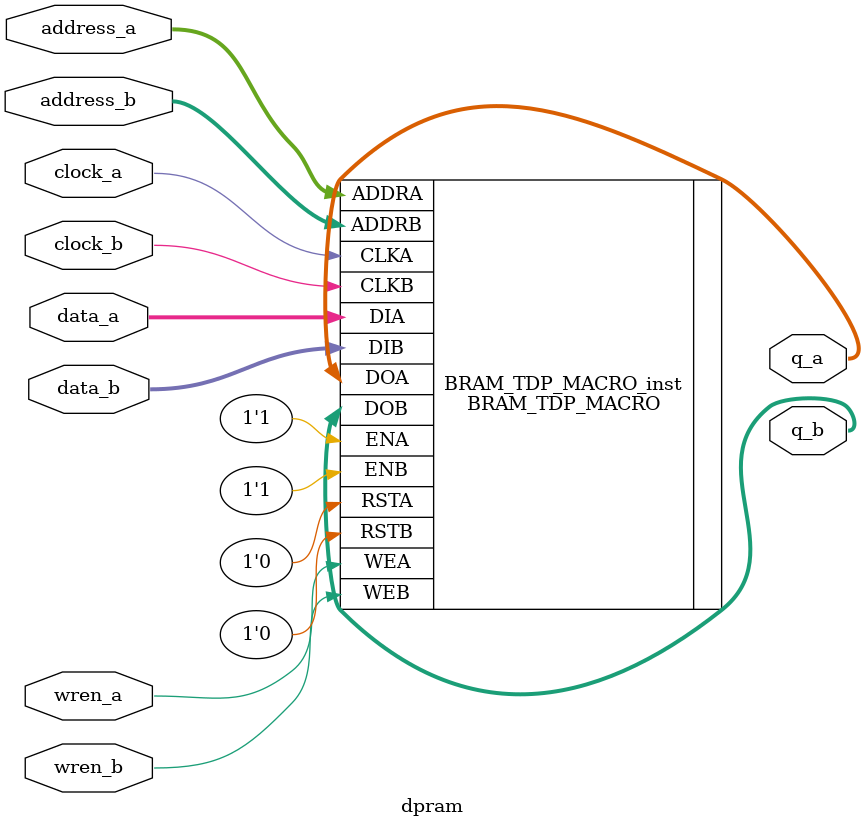
<source format=v>

module dpram (
    clock_a,
    clock_b,
    wren_a,
    wren_b,
    address_a,
    address_b,
    data_a,
    data_b,
    q_a,
    q_b);

parameter  addr_width_g = 8;
parameter  data_width_g = 8;

input   clock_a,  clock_b,
        wren_a,   wren_b;
input   [addr_width_g-1:0] address_a, address_b;
input   [data_width_g-1:0]    data_a,    data_b;
output  [data_width_g-1:0]       q_a,       q_b;

BRAM_TDP_MACRO #(
.BRAM_SIZE("18Kb"), // Target BRAM: "18Kb" or "36Kb"
.DEVICE("7SERIES"), // Target device: "7SERIES"
.DOA_REG(0),
// Optional port A output register (0 or 1)
.DOB_REG(0),
// Optional port B output register (0 or 1)
.INIT_A(36'h0000000), // Initial values on port A output port
.INIT_B(36'h00000000), // Initial values on port B output port
.INIT_FILE ("NONE"),
.READ_WIDTH_A (data_width_g),
// Valid values are 1-36 (19-36 only valid when BRAM_SIZE="36Kb")
.READ_WIDTH_B (data_width_g),
// Valid values are 1-36 (19-36 only valid when BRAM_SIZE="36Kb")
.SIM_COLLISION_CHECK ("ALL"), // Collision check enable "ALL", "WARNING_ONLY","GENERATE_X_ONLY" or "NONE"
.SRVAL_A(36'h00000000), // Set/Reset value forr port A output
.SRVAL_B(36'h00000000), // Set/Reset value forr port B output
.WRITE_MODE_A("WRITE_FIRST"), // "WRITE_FIRST", "READ_FIRST", or "NO_CHANGE"
.WRITE_MODE_B("WRITE_FIRST"), // "WRITE_FIRST", "READ_FIRST", or "NO_CHANGE"
.WRITE_WIDTH_A(data_width_g), // Valid values are 1-36 (19-36 only valid when BRAM_SIZE="36Kb")
.WRITE_WIDTH_B(data_width_g)  // Valid values are 1-36 (19-36 only valid when BRAM_SIZE="36Kb")
) BRAM_TDP_MACRO_inst (
.DOA(q_a),
// Output port-A data, width defined by READ_WIDTH_A parameter
.DOB(q_b),
// Output port-B data, width defined by READ_WIDTH_B parameter
.ADDRA(address_a),
// Input port-A address, width defined by Port A depth
.ADDRB(address_b),
// Input port-B address, width defined by Port B depth
.CLKA(clock_a),
// 1-bit input port-A clock
.CLKB(clock_b),
// 1-bit input port-B clock
.DIA(data_a),
// Input port-A data, width defined by WRITE_WIDTH_A parameter
.DIB(data_b),
// Input port-B data, width defined by WRITE_WIDTH_B parameter
.ENA(1'b1),
// 1-bit input port-A enable
.ENB(1'b1),
// 1-bit input port-B enable
.RSTA(1'b0),
// 1-bit input port-A reset
.RSTB(1'b0),
// 1-bit input port-B reset
.WEA(wren_a),
// Input port-A write enable, width defined by Port A depth
.WEB(wren_b)
// Input port-B write enable, width defined by Port B depth
);

endmodule 
</source>
